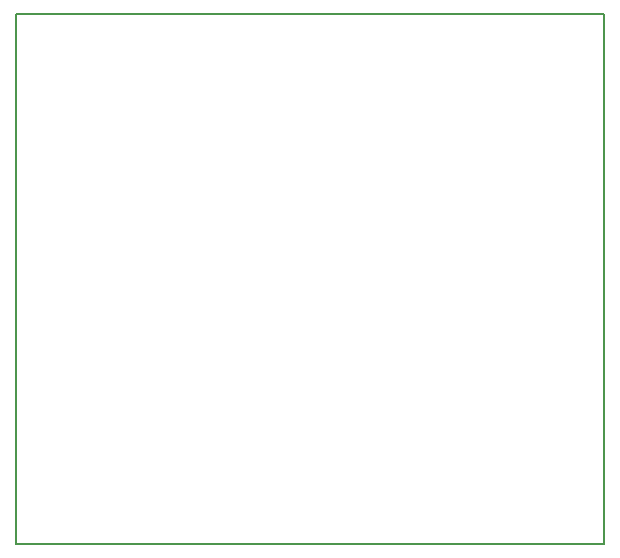
<source format=gbo>
G04 MADE WITH FRITZING*
G04 WWW.FRITZING.ORG*
G04 DOUBLE SIDED*
G04 HOLES PLATED*
G04 CONTOUR ON CENTER OF CONTOUR VECTOR*
%ASAXBY*%
%FSLAX23Y23*%
%MOIN*%
%OFA0B0*%
%SFA1.0B1.0*%
%ADD10R,1.968500X1.771650X1.952500X1.755650*%
%ADD11C,0.008000*%
%LNSILK0*%
G90*
G70*
G54D11*
X4Y1768D02*
X1965Y1768D01*
X1965Y4D01*
X4Y4D01*
X4Y1768D01*
D02*
G04 End of Silk0*
M02*
</source>
